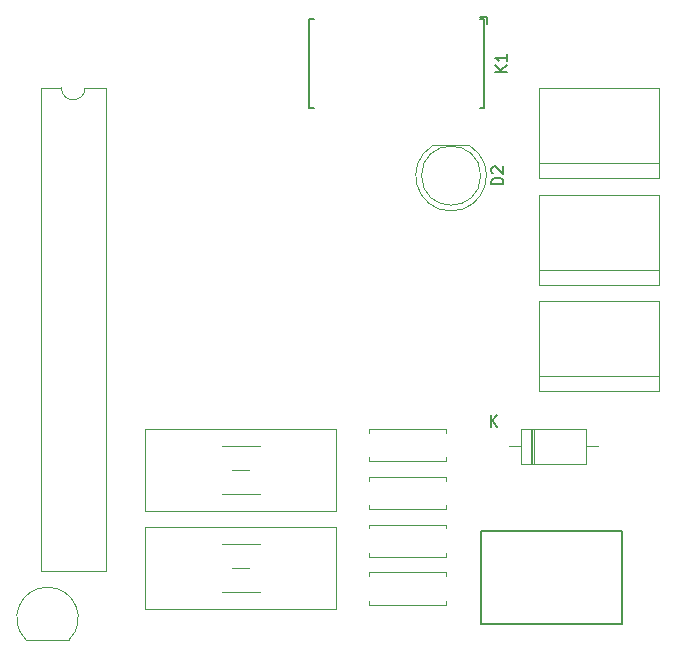
<source format=gbr>
%TF.GenerationSoftware,KiCad,Pcbnew,9.0.1+dfsg-1*%
%TF.CreationDate,2025-05-19T03:38:22+05:30*%
%TF.ProjectId,SmartHeaterControl,536d6172-7448-4656-9174-6572436f6e74,rev?*%
%TF.SameCoordinates,Original*%
%TF.FileFunction,Legend,Top*%
%TF.FilePolarity,Positive*%
%FSLAX46Y46*%
G04 Gerber Fmt 4.6, Leading zero omitted, Abs format (unit mm)*
G04 Created by KiCad (PCBNEW 9.0.1+dfsg-1) date 2025-05-19 03:38:22*
%MOMM*%
%LPD*%
G01*
G04 APERTURE LIST*
%ADD10C,0.150000*%
%ADD11C,0.120000*%
G04 APERTURE END LIST*
D10*
X146754819Y-68733094D02*
X145754819Y-68733094D01*
X146754819Y-68161666D02*
X146183390Y-68590237D01*
X145754819Y-68161666D02*
X146326247Y-68733094D01*
X146754819Y-67209285D02*
X146754819Y-67780713D01*
X146754819Y-67494999D02*
X145754819Y-67494999D01*
X145754819Y-67494999D02*
X145897676Y-67590237D01*
X145897676Y-67590237D02*
X145992914Y-67685475D01*
X145992914Y-67685475D02*
X146040533Y-67780713D01*
X146414819Y-78233094D02*
X145414819Y-78233094D01*
X145414819Y-78233094D02*
X145414819Y-77994999D01*
X145414819Y-77994999D02*
X145462438Y-77852142D01*
X145462438Y-77852142D02*
X145557676Y-77756904D01*
X145557676Y-77756904D02*
X145652914Y-77709285D01*
X145652914Y-77709285D02*
X145843390Y-77661666D01*
X145843390Y-77661666D02*
X145986247Y-77661666D01*
X145986247Y-77661666D02*
X146176723Y-77709285D01*
X146176723Y-77709285D02*
X146271961Y-77756904D01*
X146271961Y-77756904D02*
X146367200Y-77852142D01*
X146367200Y-77852142D02*
X146414819Y-77994999D01*
X146414819Y-77994999D02*
X146414819Y-78233094D01*
X145510057Y-77280713D02*
X145462438Y-77233094D01*
X145462438Y-77233094D02*
X145414819Y-77137856D01*
X145414819Y-77137856D02*
X145414819Y-76899761D01*
X145414819Y-76899761D02*
X145462438Y-76804523D01*
X145462438Y-76804523D02*
X145510057Y-76756904D01*
X145510057Y-76756904D02*
X145605295Y-76709285D01*
X145605295Y-76709285D02*
X145700533Y-76709285D01*
X145700533Y-76709285D02*
X145843390Y-76756904D01*
X145843390Y-76756904D02*
X146414819Y-77328332D01*
X146414819Y-77328332D02*
X146414819Y-76709285D01*
X145338095Y-98754819D02*
X145338095Y-97754819D01*
X145909523Y-98754819D02*
X145480952Y-98183390D01*
X145909523Y-97754819D02*
X145338095Y-98326247D01*
D11*
%TO.C,J1*%
X149450000Y-70040000D02*
X149450000Y-77660000D01*
X149450000Y-77660000D02*
X159610000Y-77660000D01*
X159610000Y-70040000D02*
X149450000Y-70040000D01*
X159610000Y-76390000D02*
X149450000Y-76390000D01*
X159610000Y-77660000D02*
X159610000Y-70040000D01*
%TO.C,F1*%
X116080000Y-98950000D02*
X116080000Y-105890000D01*
X116080000Y-105890000D02*
X132280000Y-105890000D01*
X122580000Y-100420000D02*
X125780000Y-100420000D01*
X123430000Y-102420000D02*
X124930000Y-102420000D01*
X125780000Y-104420000D02*
X122580000Y-104420000D01*
X132280000Y-98950000D02*
X116080000Y-98950000D01*
X132280000Y-105890000D02*
X132280000Y-98950000D01*
%TO.C,F2*%
X116080000Y-107240000D02*
X116080000Y-114180000D01*
X116080000Y-114180000D02*
X132280000Y-114180000D01*
X122580000Y-108710000D02*
X125780000Y-108710000D01*
X123430000Y-110710000D02*
X124930000Y-110710000D01*
X125780000Y-112710000D02*
X122580000Y-112710000D01*
X132280000Y-107240000D02*
X116080000Y-107240000D01*
X132280000Y-114180000D02*
X132280000Y-107240000D01*
D10*
%TO.C,RV1*%
X144500000Y-107550000D02*
X144500000Y-115450000D01*
X144500000Y-107550000D02*
X156500000Y-107550000D01*
X144500000Y-115450000D02*
X156500000Y-115450000D01*
X156500000Y-107550000D02*
X156500000Y-115450000D01*
D11*
%TO.C,Q1*%
X106030000Y-116780000D02*
X109630000Y-116780000D01*
X105991522Y-116768478D02*
G75*
G02*
X107830000Y-112329999I1838478J1838478D01*
G01*
X107830000Y-112330000D02*
G75*
G02*
X109668478Y-116768478I0J-2600000D01*
G01*
%TO.C,R2*%
X135070000Y-102980000D02*
X141610000Y-102980000D01*
X135070000Y-103310000D02*
X135070000Y-102980000D01*
X135070000Y-105390000D02*
X135070000Y-105720000D01*
X135070000Y-105720000D02*
X141610000Y-105720000D01*
X141610000Y-102980000D02*
X141610000Y-103310000D01*
X141610000Y-105720000D02*
X141610000Y-105390000D01*
D10*
%TO.C,K1*%
X130010000Y-64235000D02*
X130410000Y-64235000D01*
X130010000Y-71735000D02*
X130010000Y-64235000D01*
X130310000Y-71735000D02*
X130010000Y-71735000D01*
X130310000Y-71735000D02*
X130410000Y-71735000D01*
X144410000Y-64035000D02*
X145010000Y-64035000D01*
X144410000Y-71735000D02*
X144810000Y-71735000D01*
X144810000Y-64235000D02*
X144410000Y-64235000D01*
X144810000Y-71735000D02*
X144810000Y-64235000D01*
X145010000Y-64035000D02*
X145010000Y-64535000D01*
X145010000Y-64535000D02*
X145010000Y-64635000D01*
D11*
%TO.C,U1*%
X107240000Y-70060000D02*
X107240000Y-110940000D01*
X107240000Y-110940000D02*
X112780000Y-110940000D01*
X109010000Y-70060000D02*
X107240000Y-70060000D01*
X112780000Y-70060000D02*
X111010000Y-70060000D01*
X112780000Y-110940000D02*
X112780000Y-70060000D01*
X111010000Y-70060000D02*
G75*
G02*
X109010000Y-70060000I-1000000J0D01*
G01*
%TO.C,R3*%
X149450000Y-88140000D02*
X149450000Y-95760000D01*
X149450000Y-95760000D02*
X159610000Y-95760000D01*
X159610000Y-88140000D02*
X149450000Y-88140000D01*
X159610000Y-94490000D02*
X149450000Y-94490000D01*
X159610000Y-95760000D02*
X159610000Y-88140000D01*
%TO.C,J2*%
X149450000Y-79090000D02*
X149450000Y-86710000D01*
X149450000Y-86710000D02*
X159610000Y-86710000D01*
X159610000Y-79090000D02*
X149450000Y-79090000D01*
X159610000Y-85440000D02*
X149450000Y-85440000D01*
X159610000Y-86710000D02*
X159610000Y-79090000D01*
%TO.C,D2*%
X143545000Y-74935000D02*
X140455000Y-74935000D01*
X141999952Y-80485000D02*
G75*
G02*
X140455170Y-74935000I48J2990000D01*
G01*
X143544830Y-74935000D02*
G75*
G02*
X142000048Y-80485000I-1544830J-2560000D01*
G01*
X144500000Y-77495000D02*
G75*
G02*
X139500000Y-77495000I-2500000J0D01*
G01*
X139500000Y-77495000D02*
G75*
G02*
X144500000Y-77495000I2500000J0D01*
G01*
%TO.C,R4*%
X135070000Y-107030000D02*
X141610000Y-107030000D01*
X135070000Y-107360000D02*
X135070000Y-107030000D01*
X135070000Y-109440000D02*
X135070000Y-109770000D01*
X135070000Y-109770000D02*
X141610000Y-109770000D01*
X141610000Y-107030000D02*
X141610000Y-107360000D01*
X141610000Y-109770000D02*
X141610000Y-109440000D01*
%TO.C,TH1*%
X135070000Y-111080000D02*
X141610000Y-111080000D01*
X135070000Y-111410000D02*
X135070000Y-111080000D01*
X135070000Y-113490000D02*
X135070000Y-113820000D01*
X135070000Y-113820000D02*
X141610000Y-113820000D01*
X141610000Y-111080000D02*
X141610000Y-111410000D01*
X141610000Y-113820000D02*
X141610000Y-113490000D01*
%TO.C,D1*%
X146940000Y-100400000D02*
X147960000Y-100400000D01*
X147960000Y-98930000D02*
X147960000Y-101870000D01*
X147960000Y-101870000D02*
X153400000Y-101870000D01*
X148740000Y-98930000D02*
X148740000Y-101870000D01*
X148860000Y-98930000D02*
X148860000Y-101870000D01*
X148980000Y-98930000D02*
X148980000Y-101870000D01*
X153400000Y-98930000D02*
X147960000Y-98930000D01*
X153400000Y-101870000D02*
X153400000Y-98930000D01*
X154420000Y-100400000D02*
X153400000Y-100400000D01*
%TO.C,R1*%
X135070000Y-98930000D02*
X141610000Y-98930000D01*
X135070000Y-99260000D02*
X135070000Y-98930000D01*
X135070000Y-101340000D02*
X135070000Y-101670000D01*
X135070000Y-101670000D02*
X141610000Y-101670000D01*
X141610000Y-98930000D02*
X141610000Y-99260000D01*
X141610000Y-101670000D02*
X141610000Y-101340000D01*
%TD*%
M02*

</source>
